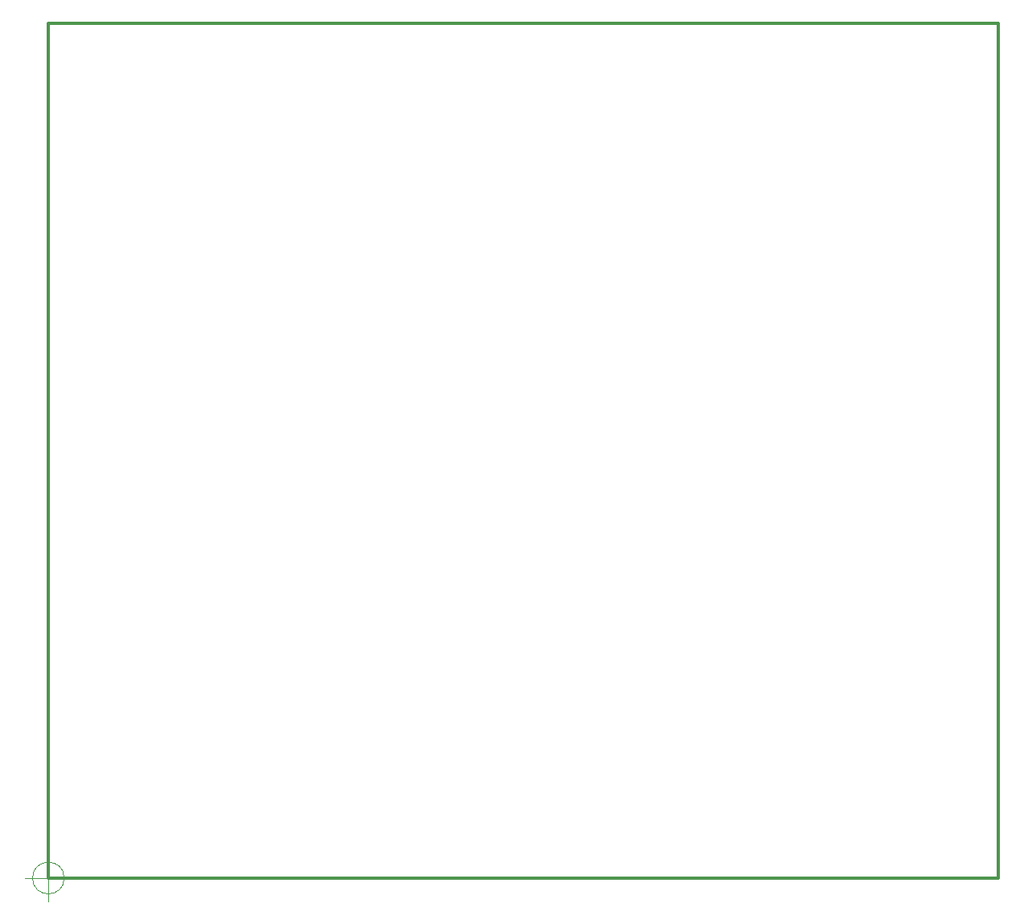
<source format=gbr>
G04 #@! TF.GenerationSoftware,KiCad,Pcbnew,(5.1.2-1)-1*
G04 #@! TF.CreationDate,2021-05-08T22:13:09+03:00*
G04 #@! TF.ProjectId,UAK_3,55414b5f-332e-46b6-9963-61645f706362,rev?*
G04 #@! TF.SameCoordinates,Original*
G04 #@! TF.FileFunction,Profile,NP*
%FSLAX46Y46*%
G04 Gerber Fmt 4.6, Leading zero omitted, Abs format (unit mm)*
G04 Created by KiCad (PCBNEW (5.1.2-1)-1) date 2021-05-08 22:13:09*
%MOMM*%
%LPD*%
G04 APERTURE LIST*
%ADD10C,0.050000*%
%ADD11C,0.300000*%
G04 APERTURE END LIST*
D10*
X1666666Y0D02*
G75*
G03X1666666Y0I-1666666J0D01*
G01*
X-2500000Y0D02*
X2500000Y0D01*
X0Y2500000D02*
X0Y-2500000D01*
D11*
X0Y0D02*
X0Y90000000D01*
X100000000Y0D02*
X0Y0D01*
X100000000Y90000000D02*
X100000000Y0D01*
X0Y90000000D02*
X100000000Y90000000D01*
M02*

</source>
